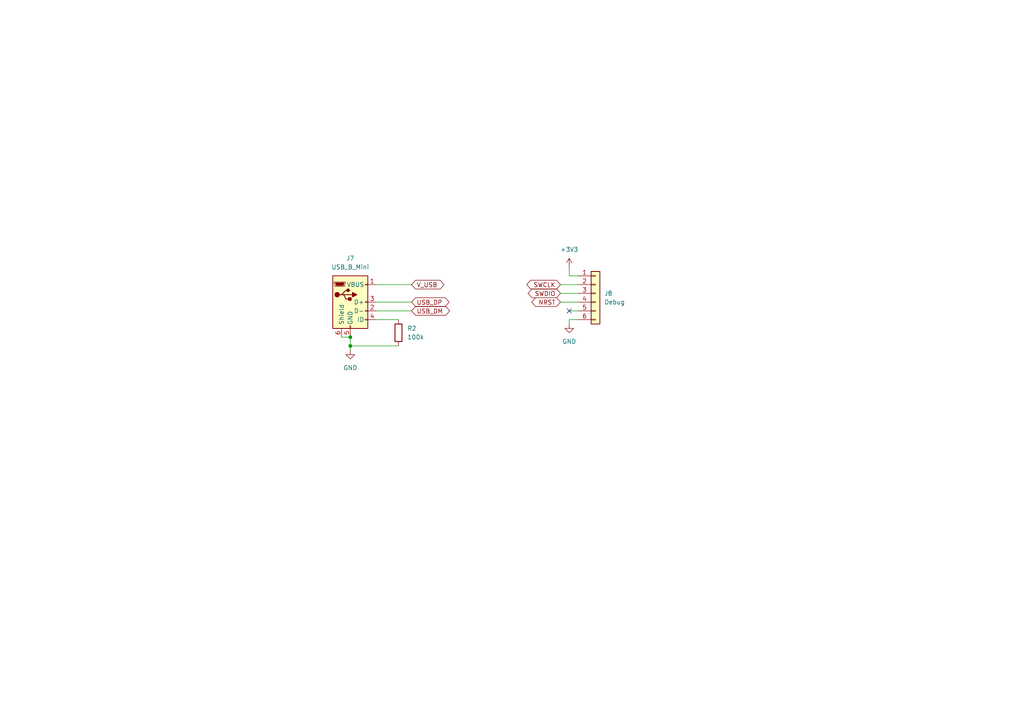
<source format=kicad_sch>
(kicad_sch (version 20230121) (generator eeschema)

  (uuid 285e83c2-82df-4845-9067-dd65c00d5e6e)

  (paper "A4")

  (lib_symbols
    (symbol "Connector:USB_B_Mini" (pin_names (offset 1.016)) (in_bom yes) (on_board yes)
      (property "Reference" "J" (at -5.08 11.43 0)
        (effects (font (size 1.27 1.27)) (justify left))
      )
      (property "Value" "USB_B_Mini" (at -5.08 8.89 0)
        (effects (font (size 1.27 1.27)) (justify left))
      )
      (property "Footprint" "" (at 3.81 -1.27 0)
        (effects (font (size 1.27 1.27)) hide)
      )
      (property "Datasheet" "~" (at 3.81 -1.27 0)
        (effects (font (size 1.27 1.27)) hide)
      )
      (property "ki_keywords" "connector USB mini" (at 0 0 0)
        (effects (font (size 1.27 1.27)) hide)
      )
      (property "ki_description" "USB Mini Type B connector" (at 0 0 0)
        (effects (font (size 1.27 1.27)) hide)
      )
      (property "ki_fp_filters" "USB*" (at 0 0 0)
        (effects (font (size 1.27 1.27)) hide)
      )
      (symbol "USB_B_Mini_0_1"
        (rectangle (start -5.08 -7.62) (end 5.08 7.62)
          (stroke (width 0.254) (type default))
          (fill (type background))
        )
        (circle (center -3.81 2.159) (radius 0.635)
          (stroke (width 0.254) (type default))
          (fill (type outline))
        )
        (circle (center -0.635 3.429) (radius 0.381)
          (stroke (width 0.254) (type default))
          (fill (type outline))
        )
        (rectangle (start -0.127 -7.62) (end 0.127 -6.858)
          (stroke (width 0) (type default))
          (fill (type none))
        )
        (polyline
          (pts
            (xy -1.905 2.159)
            (xy 0.635 2.159)
          )
          (stroke (width 0.254) (type default))
          (fill (type none))
        )
        (polyline
          (pts
            (xy -3.175 2.159)
            (xy -2.54 2.159)
            (xy -1.27 3.429)
            (xy -0.635 3.429)
          )
          (stroke (width 0.254) (type default))
          (fill (type none))
        )
        (polyline
          (pts
            (xy -2.54 2.159)
            (xy -1.905 2.159)
            (xy -1.27 0.889)
            (xy 0 0.889)
          )
          (stroke (width 0.254) (type default))
          (fill (type none))
        )
        (polyline
          (pts
            (xy 0.635 2.794)
            (xy 0.635 1.524)
            (xy 1.905 2.159)
            (xy 0.635 2.794)
          )
          (stroke (width 0.254) (type default))
          (fill (type outline))
        )
        (polyline
          (pts
            (xy -4.318 5.588)
            (xy -1.778 5.588)
            (xy -2.032 4.826)
            (xy -4.064 4.826)
            (xy -4.318 5.588)
          )
          (stroke (width 0) (type default))
          (fill (type outline))
        )
        (polyline
          (pts
            (xy -4.699 5.842)
            (xy -4.699 5.588)
            (xy -4.445 4.826)
            (xy -4.445 4.572)
            (xy -1.651 4.572)
            (xy -1.651 4.826)
            (xy -1.397 5.588)
            (xy -1.397 5.842)
            (xy -4.699 5.842)
          )
          (stroke (width 0) (type default))
          (fill (type none))
        )
        (rectangle (start 0.254 1.27) (end -0.508 0.508)
          (stroke (width 0.254) (type default))
          (fill (type outline))
        )
        (rectangle (start 5.08 -5.207) (end 4.318 -4.953)
          (stroke (width 0) (type default))
          (fill (type none))
        )
        (rectangle (start 5.08 -2.667) (end 4.318 -2.413)
          (stroke (width 0) (type default))
          (fill (type none))
        )
        (rectangle (start 5.08 -0.127) (end 4.318 0.127)
          (stroke (width 0) (type default))
          (fill (type none))
        )
        (rectangle (start 5.08 4.953) (end 4.318 5.207)
          (stroke (width 0) (type default))
          (fill (type none))
        )
      )
      (symbol "USB_B_Mini_1_1"
        (pin power_out line (at 7.62 5.08 180) (length 2.54)
          (name "VBUS" (effects (font (size 1.27 1.27))))
          (number "1" (effects (font (size 1.27 1.27))))
        )
        (pin bidirectional line (at 7.62 -2.54 180) (length 2.54)
          (name "D-" (effects (font (size 1.27 1.27))))
          (number "2" (effects (font (size 1.27 1.27))))
        )
        (pin bidirectional line (at 7.62 0 180) (length 2.54)
          (name "D+" (effects (font (size 1.27 1.27))))
          (number "3" (effects (font (size 1.27 1.27))))
        )
        (pin passive line (at 7.62 -5.08 180) (length 2.54)
          (name "ID" (effects (font (size 1.27 1.27))))
          (number "4" (effects (font (size 1.27 1.27))))
        )
        (pin power_out line (at 0 -10.16 90) (length 2.54)
          (name "GND" (effects (font (size 1.27 1.27))))
          (number "5" (effects (font (size 1.27 1.27))))
        )
        (pin passive line (at -2.54 -10.16 90) (length 2.54)
          (name "Shield" (effects (font (size 1.27 1.27))))
          (number "6" (effects (font (size 1.27 1.27))))
        )
      )
    )
    (symbol "Connector_Generic:Conn_01x06" (pin_names (offset 1.016) hide) (in_bom yes) (on_board yes)
      (property "Reference" "J" (at 0 7.62 0)
        (effects (font (size 1.27 1.27)))
      )
      (property "Value" "Conn_01x06" (at 0 -10.16 0)
        (effects (font (size 1.27 1.27)))
      )
      (property "Footprint" "" (at 0 0 0)
        (effects (font (size 1.27 1.27)) hide)
      )
      (property "Datasheet" "~" (at 0 0 0)
        (effects (font (size 1.27 1.27)) hide)
      )
      (property "ki_keywords" "connector" (at 0 0 0)
        (effects (font (size 1.27 1.27)) hide)
      )
      (property "ki_description" "Generic connector, single row, 01x06, script generated (kicad-library-utils/schlib/autogen/connector/)" (at 0 0 0)
        (effects (font (size 1.27 1.27)) hide)
      )
      (property "ki_fp_filters" "Connector*:*_1x??_*" (at 0 0 0)
        (effects (font (size 1.27 1.27)) hide)
      )
      (symbol "Conn_01x06_1_1"
        (rectangle (start -1.27 -7.493) (end 0 -7.747)
          (stroke (width 0.1524) (type default))
          (fill (type none))
        )
        (rectangle (start -1.27 -4.953) (end 0 -5.207)
          (stroke (width 0.1524) (type default))
          (fill (type none))
        )
        (rectangle (start -1.27 -2.413) (end 0 -2.667)
          (stroke (width 0.1524) (type default))
          (fill (type none))
        )
        (rectangle (start -1.27 0.127) (end 0 -0.127)
          (stroke (width 0.1524) (type default))
          (fill (type none))
        )
        (rectangle (start -1.27 2.667) (end 0 2.413)
          (stroke (width 0.1524) (type default))
          (fill (type none))
        )
        (rectangle (start -1.27 5.207) (end 0 4.953)
          (stroke (width 0.1524) (type default))
          (fill (type none))
        )
        (rectangle (start -1.27 6.35) (end 1.27 -8.89)
          (stroke (width 0.254) (type default))
          (fill (type background))
        )
        (pin passive line (at -5.08 5.08 0) (length 3.81)
          (name "Pin_1" (effects (font (size 1.27 1.27))))
          (number "1" (effects (font (size 1.27 1.27))))
        )
        (pin passive line (at -5.08 2.54 0) (length 3.81)
          (name "Pin_2" (effects (font (size 1.27 1.27))))
          (number "2" (effects (font (size 1.27 1.27))))
        )
        (pin passive line (at -5.08 0 0) (length 3.81)
          (name "Pin_3" (effects (font (size 1.27 1.27))))
          (number "3" (effects (font (size 1.27 1.27))))
        )
        (pin passive line (at -5.08 -2.54 0) (length 3.81)
          (name "Pin_4" (effects (font (size 1.27 1.27))))
          (number "4" (effects (font (size 1.27 1.27))))
        )
        (pin passive line (at -5.08 -5.08 0) (length 3.81)
          (name "Pin_5" (effects (font (size 1.27 1.27))))
          (number "5" (effects (font (size 1.27 1.27))))
        )
        (pin passive line (at -5.08 -7.62 0) (length 3.81)
          (name "Pin_6" (effects (font (size 1.27 1.27))))
          (number "6" (effects (font (size 1.27 1.27))))
        )
      )
    )
    (symbol "Device:R" (pin_numbers hide) (pin_names (offset 0)) (in_bom yes) (on_board yes)
      (property "Reference" "R" (at 2.032 0 90)
        (effects (font (size 1.27 1.27)))
      )
      (property "Value" "R" (at 0 0 90)
        (effects (font (size 1.27 1.27)))
      )
      (property "Footprint" "" (at -1.778 0 90)
        (effects (font (size 1.27 1.27)) hide)
      )
      (property "Datasheet" "~" (at 0 0 0)
        (effects (font (size 1.27 1.27)) hide)
      )
      (property "ki_keywords" "R res resistor" (at 0 0 0)
        (effects (font (size 1.27 1.27)) hide)
      )
      (property "ki_description" "Resistor" (at 0 0 0)
        (effects (font (size 1.27 1.27)) hide)
      )
      (property "ki_fp_filters" "R_*" (at 0 0 0)
        (effects (font (size 1.27 1.27)) hide)
      )
      (symbol "R_0_1"
        (rectangle (start -1.016 -2.54) (end 1.016 2.54)
          (stroke (width 0.254) (type default))
          (fill (type none))
        )
      )
      (symbol "R_1_1"
        (pin passive line (at 0 3.81 270) (length 1.27)
          (name "~" (effects (font (size 1.27 1.27))))
          (number "1" (effects (font (size 1.27 1.27))))
        )
        (pin passive line (at 0 -3.81 90) (length 1.27)
          (name "~" (effects (font (size 1.27 1.27))))
          (number "2" (effects (font (size 1.27 1.27))))
        )
      )
    )
    (symbol "power:+3V3" (power) (pin_names (offset 0)) (in_bom yes) (on_board yes)
      (property "Reference" "#PWR" (at 0 -3.81 0)
        (effects (font (size 1.27 1.27)) hide)
      )
      (property "Value" "+3V3" (at 0 3.556 0)
        (effects (font (size 1.27 1.27)))
      )
      (property "Footprint" "" (at 0 0 0)
        (effects (font (size 1.27 1.27)) hide)
      )
      (property "Datasheet" "" (at 0 0 0)
        (effects (font (size 1.27 1.27)) hide)
      )
      (property "ki_keywords" "global power" (at 0 0 0)
        (effects (font (size 1.27 1.27)) hide)
      )
      (property "ki_description" "Power symbol creates a global label with name \"+3V3\"" (at 0 0 0)
        (effects (font (size 1.27 1.27)) hide)
      )
      (symbol "+3V3_0_1"
        (polyline
          (pts
            (xy -0.762 1.27)
            (xy 0 2.54)
          )
          (stroke (width 0) (type default))
          (fill (type none))
        )
        (polyline
          (pts
            (xy 0 0)
            (xy 0 2.54)
          )
          (stroke (width 0) (type default))
          (fill (type none))
        )
        (polyline
          (pts
            (xy 0 2.54)
            (xy 0.762 1.27)
          )
          (stroke (width 0) (type default))
          (fill (type none))
        )
      )
      (symbol "+3V3_1_1"
        (pin power_in line (at 0 0 90) (length 0) hide
          (name "+3V3" (effects (font (size 1.27 1.27))))
          (number "1" (effects (font (size 1.27 1.27))))
        )
      )
    )
    (symbol "power:GND" (power) (pin_names (offset 0)) (in_bom yes) (on_board yes)
      (property "Reference" "#PWR" (at 0 -6.35 0)
        (effects (font (size 1.27 1.27)) hide)
      )
      (property "Value" "GND" (at 0 -3.81 0)
        (effects (font (size 1.27 1.27)))
      )
      (property "Footprint" "" (at 0 0 0)
        (effects (font (size 1.27 1.27)) hide)
      )
      (property "Datasheet" "" (at 0 0 0)
        (effects (font (size 1.27 1.27)) hide)
      )
      (property "ki_keywords" "global power" (at 0 0 0)
        (effects (font (size 1.27 1.27)) hide)
      )
      (property "ki_description" "Power symbol creates a global label with name \"GND\" , ground" (at 0 0 0)
        (effects (font (size 1.27 1.27)) hide)
      )
      (symbol "GND_0_1"
        (polyline
          (pts
            (xy 0 0)
            (xy 0 -1.27)
            (xy 1.27 -1.27)
            (xy 0 -2.54)
            (xy -1.27 -1.27)
            (xy 0 -1.27)
          )
          (stroke (width 0) (type default))
          (fill (type none))
        )
      )
      (symbol "GND_1_1"
        (pin power_in line (at 0 0 270) (length 0) hide
          (name "GND" (effects (font (size 1.27 1.27))))
          (number "1" (effects (font (size 1.27 1.27))))
        )
      )
    )
  )

  (junction (at 101.6 100.33) (diameter 0) (color 0 0 0 0)
    (uuid a180e97b-e659-4cee-baa0-e4dbc1afe494)
  )
  (junction (at 101.6 97.79) (diameter 0) (color 0 0 0 0)
    (uuid f8439bb7-e396-46bb-8901-4ccf0c782638)
  )

  (no_connect (at 165.1 90.17) (uuid 98740a27-a4af-4fd3-a8ec-a661bf4a4c75))

  (wire (pts (xy 165.1 80.01) (xy 167.64 80.01))
    (stroke (width 0) (type default))
    (uuid 033e8b26-2dcb-422e-8ea7-7e99e9df9a82)
  )
  (wire (pts (xy 165.1 90.17) (xy 167.64 90.17))
    (stroke (width 0) (type default))
    (uuid 594b4755-cc32-4c53-a3e9-c028f7d38d56)
  )
  (wire (pts (xy 167.64 92.71) (xy 165.1 92.71))
    (stroke (width 0) (type default))
    (uuid 62dc2901-012d-4dbc-a4b5-7a2ecb38c587)
  )
  (wire (pts (xy 99.06 97.79) (xy 101.6 97.79))
    (stroke (width 0) (type default))
    (uuid 7190deb7-6630-47b7-9fe7-dfaf9dc183f8)
  )
  (wire (pts (xy 165.1 77.47) (xy 165.1 80.01))
    (stroke (width 0) (type default))
    (uuid 79a75189-d172-443c-a43e-8d00c2e429d2)
  )
  (wire (pts (xy 109.22 87.63) (xy 119.38 87.63))
    (stroke (width 0) (type default))
    (uuid 80886e4a-c340-4896-b560-41870a07c1d5)
  )
  (wire (pts (xy 109.22 82.55) (xy 119.38 82.55))
    (stroke (width 0) (type default))
    (uuid 90d7887c-8bea-4bff-8cf3-6fa0161b6315)
  )
  (wire (pts (xy 109.22 90.17) (xy 119.38 90.17))
    (stroke (width 0) (type default))
    (uuid 934991fe-5f3d-4826-aa7d-4604830a6b15)
  )
  (wire (pts (xy 109.22 92.71) (xy 115.57 92.71))
    (stroke (width 0) (type default))
    (uuid 967d11f9-5b75-49a1-9afd-bfd41df4d1ef)
  )
  (wire (pts (xy 162.56 85.09) (xy 167.64 85.09))
    (stroke (width 0) (type default))
    (uuid b03f0ed8-82a0-4dda-9789-8d53113ccbed)
  )
  (wire (pts (xy 101.6 100.33) (xy 101.6 101.6))
    (stroke (width 0) (type default))
    (uuid b5faa83a-9c1a-43d0-bf5c-a6521652f41d)
  )
  (wire (pts (xy 162.56 87.63) (xy 167.64 87.63))
    (stroke (width 0) (type default))
    (uuid c8f15f82-165e-4346-9cdd-db46904d7fd1)
  )
  (wire (pts (xy 115.57 100.33) (xy 101.6 100.33))
    (stroke (width 0) (type default))
    (uuid c9504a7c-28e2-40b8-ac7f-a242fb6a3756)
  )
  (wire (pts (xy 101.6 97.79) (xy 101.6 100.33))
    (stroke (width 0) (type default))
    (uuid d6e5d220-f139-4fa5-ba09-7dc58b2ce34b)
  )
  (wire (pts (xy 165.1 92.71) (xy 165.1 93.98))
    (stroke (width 0) (type default))
    (uuid dec71736-cfaa-4799-a34a-e5c0c2313854)
  )
  (wire (pts (xy 162.56 82.55) (xy 167.64 82.55))
    (stroke (width 0) (type default))
    (uuid f354d2bb-1a31-403d-bc3f-cfaeed5d27df)
  )

  (global_label "V_USB" (shape bidirectional) (at 119.38 82.55 0) (fields_autoplaced)
    (effects (font (size 1.27 1.27)) (justify left))
    (uuid 2efc46ad-870a-4176-80c9-15e3ca1ffafb)
    (property "Intersheetrefs" "${INTERSHEET_REFS}" (at 129.3427 82.55 0)
      (effects (font (size 1.27 1.27)) (justify left) hide)
    )
  )
  (global_label "SWDIO" (shape bidirectional) (at 162.56 85.09 180) (fields_autoplaced)
    (effects (font (size 1.27 1.27)) (justify right))
    (uuid 462e8cf9-0ed5-42ff-8450-8d1028e8b5df)
    (property "Intersheetrefs" "${INTERSHEET_REFS}" (at 152.5973 85.09 0)
      (effects (font (size 1.27 1.27)) (justify right) hide)
    )
  )
  (global_label "SWCLK" (shape bidirectional) (at 162.56 82.55 180) (fields_autoplaced)
    (effects (font (size 1.27 1.27)) (justify right))
    (uuid 6dadb8f0-08af-4e4d-a617-1e38a193b0ad)
    (property "Intersheetrefs" "${INTERSHEET_REFS}" (at 152.2345 82.55 0)
      (effects (font (size 1.27 1.27)) (justify right) hide)
    )
  )
  (global_label "USB_DP" (shape bidirectional) (at 119.38 87.63 0) (fields_autoplaced)
    (effects (font (size 1.27 1.27)) (justify left))
    (uuid ac4f112c-6fd9-433f-84b5-8fa8bb314301)
    (property "Intersheetrefs" "${INTERSHEET_REFS}" (at 130.7941 87.63 0)
      (effects (font (size 1.27 1.27)) (justify left) hide)
    )
  )
  (global_label "NRST" (shape bidirectional) (at 162.56 87.63 180) (fields_autoplaced)
    (effects (font (size 1.27 1.27)) (justify right))
    (uuid b24ccaf4-1ea0-4edd-a26b-65221b0afd12)
    (property "Intersheetrefs" "${INTERSHEET_REFS}" (at 153.6859 87.63 0)
      (effects (font (size 1.27 1.27)) (justify right) hide)
    )
  )
  (global_label "USB_DM" (shape bidirectional) (at 119.38 90.17 0) (fields_autoplaced)
    (effects (font (size 1.27 1.27)) (justify left))
    (uuid c53f8190-70c7-44c0-9158-f1a217d2a187)
    (property "Intersheetrefs" "${INTERSHEET_REFS}" (at 130.9755 90.17 0)
      (effects (font (size 1.27 1.27)) (justify left) hide)
    )
  )

  (symbol (lib_id "Connector:USB_B_Mini") (at 101.6 87.63 0) (unit 1)
    (in_bom yes) (on_board yes) (dnp no) (fields_autoplaced)
    (uuid 40317c9b-3058-46cc-8e1f-94d02e3d2b9b)
    (property "Reference" "J7" (at 101.6 74.93 0)
      (effects (font (size 1.27 1.27)))
    )
    (property "Value" "USB_B_Mini" (at 101.6 77.47 0)
      (effects (font (size 1.27 1.27)))
    )
    (property "Footprint" "Connector_USB:USB_Mini-B_Wuerth_65100516121_Horizontal" (at 105.41 88.9 0)
      (effects (font (size 1.27 1.27)) hide)
    )
    (property "Datasheet" "~" (at 105.41 88.9 0)
      (effects (font (size 1.27 1.27)) hide)
    )
    (property "Name" "67503-1020" (at 101.6 87.63 0)
      (effects (font (size 1.27 1.27)) hide)
    )
    (property "Manufacturer" "Molex" (at 101.6 87.63 0)
      (effects (font (size 1.27 1.27)) hide)
    )
    (pin "5" (uuid c87c7a8a-779a-4e29-a5ca-b9ddf046339b))
    (pin "6" (uuid 29c8bac0-aefc-40c3-a4d6-d9747375258b))
    (pin "3" (uuid 4a8a8db7-36cf-49e4-8ccc-d486d87259f9))
    (pin "4" (uuid 5bbe2154-8a63-4acc-bd7b-6fd33edc5740))
    (pin "2" (uuid 75743108-2dbb-403f-bd27-35b8d8099053))
    (pin "1" (uuid f028491e-5031-49a2-b631-b7af0dc85272))
    (instances
      (project "Demo"
        (path "/6e73ff2b-554f-4e00-b182-1d8d7d5ce0d1/d54195cd-41d9-4ebf-990d-d91cd4f04404"
          (reference "J7") (unit 1)
        )
      )
    )
  )

  (symbol (lib_id "power:GND") (at 101.6 101.6 0) (unit 1)
    (in_bom yes) (on_board yes) (dnp no) (fields_autoplaced)
    (uuid 50ef6ae5-2c59-4a47-aa3f-1301d10d3713)
    (property "Reference" "#PWR019" (at 101.6 107.95 0)
      (effects (font (size 1.27 1.27)) hide)
    )
    (property "Value" "GND" (at 101.6 106.68 0)
      (effects (font (size 1.27 1.27)))
    )
    (property "Footprint" "" (at 101.6 101.6 0)
      (effects (font (size 1.27 1.27)) hide)
    )
    (property "Datasheet" "" (at 101.6 101.6 0)
      (effects (font (size 1.27 1.27)) hide)
    )
    (pin "1" (uuid 6dd24db4-360a-4a69-88ca-8960258a70a2))
    (instances
      (project "Demo"
        (path "/6e73ff2b-554f-4e00-b182-1d8d7d5ce0d1/d54195cd-41d9-4ebf-990d-d91cd4f04404"
          (reference "#PWR019") (unit 1)
        )
      )
    )
  )

  (symbol (lib_id "Device:R") (at 115.57 96.52 0) (unit 1)
    (in_bom yes) (on_board yes) (dnp no) (fields_autoplaced)
    (uuid b53ff15a-e9c5-47ac-a53a-0e797081fda1)
    (property "Reference" "R2" (at 118.11 95.25 0)
      (effects (font (size 1.27 1.27)) (justify left))
    )
    (property "Value" "100k" (at 118.11 97.79 0)
      (effects (font (size 1.27 1.27)) (justify left))
    )
    (property "Footprint" "Resistor_SMD:R_0805_2012Metric" (at 113.792 96.52 90)
      (effects (font (size 1.27 1.27)) hide)
    )
    (property "Datasheet" "~" (at 115.57 96.52 0)
      (effects (font (size 1.27 1.27)) hide)
    )
    (property "Name" "" (at 115.57 96.52 0)
      (effects (font (size 1.27 1.27)) hide)
    )
    (property "Manufacturer" "" (at 115.57 96.52 0)
      (effects (font (size 1.27 1.27)) hide)
    )
    (pin "2" (uuid a499e798-e830-4a1b-857b-5dc146cdb20f))
    (pin "1" (uuid b2c3f4dc-0c1d-4c88-ba7c-ef550cba0f61))
    (instances
      (project "Demo"
        (path "/6e73ff2b-554f-4e00-b182-1d8d7d5ce0d1/d54195cd-41d9-4ebf-990d-d91cd4f04404"
          (reference "R2") (unit 1)
        )
      )
    )
  )

  (symbol (lib_id "Connector_Generic:Conn_01x06") (at 172.72 85.09 0) (unit 1)
    (in_bom yes) (on_board yes) (dnp no) (fields_autoplaced)
    (uuid d70e7e8d-659d-4fb5-9fee-5d923832f599)
    (property "Reference" "J8" (at 175.26 85.09 0)
      (effects (font (size 1.27 1.27)) (justify left))
    )
    (property "Value" "Debug" (at 175.26 87.63 0)
      (effects (font (size 1.27 1.27)) (justify left))
    )
    (property "Footprint" "" (at 172.72 85.09 0)
      (effects (font (size 1.27 1.27)) hide)
    )
    (property "Datasheet" "~" (at 172.72 85.09 0)
      (effects (font (size 1.27 1.27)) hide)
    )
    (property "Name" "T821106A1S100CEU" (at 172.72 85.09 0)
      (effects (font (size 1.27 1.27)) hide)
    )
    (property "Manufacturer" "Amphenol" (at 172.72 85.09 0)
      (effects (font (size 1.27 1.27)) hide)
    )
    (pin "2" (uuid 28db2295-6d07-492d-957d-33fd19561b23))
    (pin "4" (uuid 40d22c7f-046a-4e19-803c-216adecd7435))
    (pin "1" (uuid 3c2802ac-d4e1-4320-8f30-178ce59298ea))
    (pin "3" (uuid fbfe400c-2444-4404-8e68-cccfff9656e9))
    (pin "5" (uuid 34c65295-125c-49ad-9561-d0b24bdac69c))
    (pin "6" (uuid 62e034f7-8bb4-445b-a169-afe56d9fc9f6))
    (instances
      (project "Demo"
        (path "/6e73ff2b-554f-4e00-b182-1d8d7d5ce0d1/d54195cd-41d9-4ebf-990d-d91cd4f04404"
          (reference "J8") (unit 1)
        )
      )
    )
  )

  (symbol (lib_id "power:GND") (at 165.1 93.98 0) (unit 1)
    (in_bom yes) (on_board yes) (dnp no) (fields_autoplaced)
    (uuid db477f82-ccee-4a7c-b72f-13cd046e8e39)
    (property "Reference" "#PWR020" (at 165.1 100.33 0)
      (effects (font (size 1.27 1.27)) hide)
    )
    (property "Value" "GND" (at 165.1 99.06 0)
      (effects (font (size 1.27 1.27)))
    )
    (property "Footprint" "" (at 165.1 93.98 0)
      (effects (font (size 1.27 1.27)) hide)
    )
    (property "Datasheet" "" (at 165.1 93.98 0)
      (effects (font (size 1.27 1.27)) hide)
    )
    (pin "1" (uuid 66c5943a-4fb9-40b1-8ba8-31ad129ffb67))
    (instances
      (project "Demo"
        (path "/6e73ff2b-554f-4e00-b182-1d8d7d5ce0d1/d54195cd-41d9-4ebf-990d-d91cd4f04404"
          (reference "#PWR020") (unit 1)
        )
      )
    )
  )

  (symbol (lib_id "power:+3V3") (at 165.1 77.47 0) (unit 1)
    (in_bom yes) (on_board yes) (dnp no) (fields_autoplaced)
    (uuid db9713b3-4b6d-42d1-9d8e-f599e8c44ea4)
    (property "Reference" "#PWR021" (at 165.1 81.28 0)
      (effects (font (size 1.27 1.27)) hide)
    )
    (property "Value" "+3V3" (at 165.1 72.39 0)
      (effects (font (size 1.27 1.27)))
    )
    (property "Footprint" "" (at 165.1 77.47 0)
      (effects (font (size 1.27 1.27)) hide)
    )
    (property "Datasheet" "" (at 165.1 77.47 0)
      (effects (font (size 1.27 1.27)) hide)
    )
    (pin "1" (uuid fd377f52-7deb-4e8d-a062-888ff31552c4))
    (instances
      (project "Demo"
        (path "/6e73ff2b-554f-4e00-b182-1d8d7d5ce0d1/d54195cd-41d9-4ebf-990d-d91cd4f04404"
          (reference "#PWR021") (unit 1)
        )
      )
    )
  )
)

</source>
